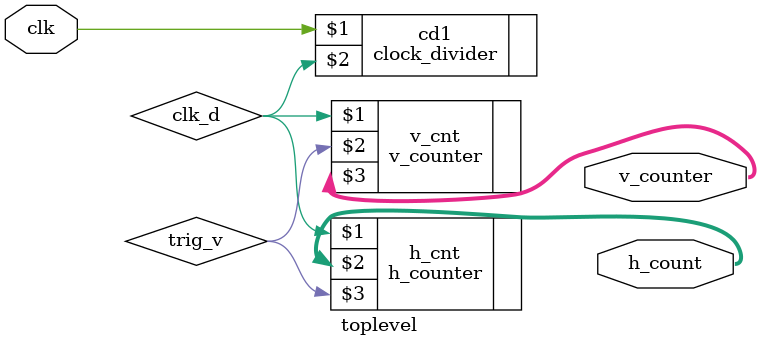
<source format=v>
`timescale 1ns / 1ps

module toplevel(clk,h_count, v_counter);
input clk;
output [9:0] h_count;
output [9:0] v_counter;
wire clk_d;
wire trig_v;

clock_divider cd1(clk, clk_d);
h_counter h_cnt(clk_d, h_count, trig_v);
v_counter v_cnt(clk_d, trig_v, v_counter);


endmodule

</source>
